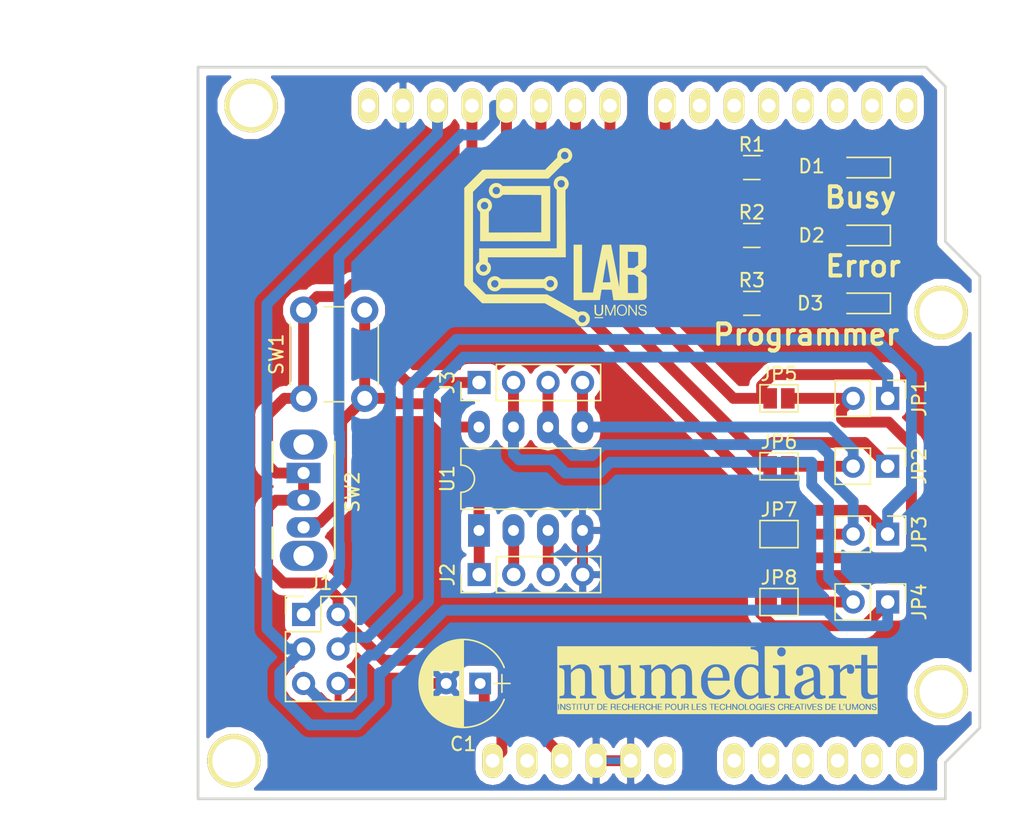
<source format=kicad_pcb>
(kicad_pcb (version 20171130) (host pcbnew "(5.0.0)")
  (layers (0 F.Cu signal) (31 B.Cu signal) (34 B.Paste user) (35 F.Paste user) (36 B.SilkS user) (37 F.SilkS user hide) (38 B.Mask user) (39 F.Mask user) (44 Edge.Cuts user))
  (net 0 "")
  (net 1 GND)
  (net 2 "Net-(C1-Pad1)")
  (net 3 "Net-(D1-Pad2)")
  (net 4 "Net-(D2-Pad2)")
  (net 5 "Net-(D3-Pad2)")
  (net 6 5V)
  (net 7 12)
  (net 8 10)
  (net 9 13)
  (net 10 11)
  (net 11 AT1)
  (net 12 AT2)
  (net 13 AT3)
  (net 14 AT5)
  (net 15 AT6)
  (net 16 AT7)
  (net 17 7)
  (net 18 8)
  (net 19 9)
  (net 20 "Net-(SHIELD1-PadAD5)")
  (net 21 "Net-(SHIELD1-PadAD4)")
  (net 22 "Net-(SHIELD1-PadAD3)")
  (net 23 "Net-(SHIELD1-PadAD0)")
  (net 24 "Net-(SHIELD1-PadAD1)")
  (net 25 "Net-(SHIELD1-PadAD2)")
  (net 26 "Net-(SHIELD1-PadV_IN)")
  (net 27 "Net-(SHIELD1-Pad3V3)")
  (net 28 "Net-(SHIELD1-Pad0)")
  (net 29 "Net-(SHIELD1-Pad1)")
  (net 30 "Net-(SHIELD1-Pad2)")
  (net 31 "Net-(SHIELD1-Pad3)")
  (net 32 "Net-(SHIELD1-Pad4)")
  (net 33 "Net-(SHIELD1-Pad5)")
  (net 34 "Net-(SHIELD1-Pad6)")
  (net 35 "Net-(SHIELD1-PadAREF)")
  (net 36 "Net-(SW1-Pad2)")
  (module KiCad_empreintes:ARDUINO_SHIELD_040pins (layer F.Cu) (at 125.9 99.230501)
    (fp_text reference SHIELD1)
    (fp_text value ARDUINO_SHIELD hide)
    (pad "" thru_hole circle (at 13.97 -2.54 90) (size 3.937 3.937) (drill 3.175) (layers *.Cu *.Mask F.SilkS))
    (pad "" thru_hole circle (at 15.24 -50.8 90) (size 3.937 3.937) (drill 3.175) (layers *.Cu *.Mask F.SilkS))
    (pad "" thru_hole circle (at 66.04 -35.56 90) (size 3.937 3.937) (drill 3.175) (layers *.Cu *.Mask F.SilkS))
    (pad "" thru_hole circle (at 66.04 -7.62 90) (size 3.937 3.937) (drill 3.175) (layers *.Cu *.Mask F.SilkS))
    (pad 5V thru_hole oval (at 38.1 -2.54 90) (size 2.54 1.524) (drill 1.016) (layers *.Cu *.Mask F.SilkS) (net 6 5V))
    (pad AREF thru_hole oval (at 23.876 -50.8 90) (size 2.54 1.524) (drill 1.016) (layers *.Cu *.Mask F.SilkS) (net 35 "Net-(SHIELD1-PadAREF)"))
    (pad GND3 thru_hole oval (at 26.416 -50.8 90) (size 2.54 1.524) (drill 1.016) (layers *.Cu *.Mask F.SilkS) (net 1 GND))
    (pad 13 thru_hole oval (at 28.956 -50.8 90) (size 2.54 1.524) (drill 1.016) (layers *.Cu *.Mask F.SilkS) (net 9 13))
    (pad 12 thru_hole oval (at 31.496 -50.8 90) (size 2.54 1.524) (drill 1.016) (layers *.Cu *.Mask F.SilkS) (net 7 12))
    (pad 11 thru_hole oval (at 34.036 -50.8 90) (size 2.54 1.524) (drill 1.016) (layers *.Cu *.Mask F.SilkS) (net 10 11))
    (pad 10 thru_hole oval (at 36.576 -50.8 90) (size 2.54 1.524) (drill 1.016) (layers *.Cu *.Mask F.SilkS) (net 8 10))
    (pad 9 thru_hole oval (at 39.116 -50.8 90) (size 2.54 1.524) (drill 1.016) (layers *.Cu *.Mask F.SilkS) (net 19 9))
    (pad 8 thru_hole oval (at 41.656 -50.8 90) (size 2.54 1.524) (drill 1.016) (layers *.Cu *.Mask F.SilkS) (net 18 8))
    (pad 7 thru_hole oval (at 45.72 -50.8 90) (size 2.54 1.524) (drill 1.016) (layers *.Cu *.Mask F.SilkS) (net 17 7))
    (pad 6 thru_hole oval (at 48.26 -50.8 90) (size 2.54 1.524) (drill 1.016) (layers *.Cu *.Mask F.SilkS) (net 34 "Net-(SHIELD1-Pad6)"))
    (pad 5 thru_hole oval (at 50.8 -50.8 90) (size 2.54 1.524) (drill 1.016) (layers *.Cu *.Mask F.SilkS) (net 33 "Net-(SHIELD1-Pad5)"))
    (pad 4 thru_hole oval (at 53.34 -50.8 90) (size 2.54 1.524) (drill 1.016) (layers *.Cu *.Mask F.SilkS) (net 32 "Net-(SHIELD1-Pad4)"))
    (pad 3 thru_hole oval (at 55.88 -50.8 90) (size 2.54 1.524) (drill 1.016) (layers *.Cu *.Mask F.SilkS) (net 31 "Net-(SHIELD1-Pad3)"))
    (pad 2 thru_hole oval (at 58.42 -50.8 90) (size 2.54 1.524) (drill 1.016) (layers *.Cu *.Mask F.SilkS) (net 30 "Net-(SHIELD1-Pad2)"))
    (pad 1 thru_hole oval (at 60.96 -50.8 90) (size 2.54 1.524) (drill 1.016) (layers *.Cu *.Mask F.SilkS) (net 29 "Net-(SHIELD1-Pad1)"))
    (pad 0 thru_hole oval (at 63.5 -50.8 90) (size 2.54 1.524) (drill 1.016) (layers *.Cu *.Mask F.SilkS) (net 28 "Net-(SHIELD1-Pad0)"))
    (pad RST thru_hole oval (at 33.02 -2.54 90) (size 2.54 1.524) (drill 1.016) (layers *.Cu *.Mask F.SilkS) (net 2 "Net-(C1-Pad1)"))
    (pad 3V3 thru_hole oval (at 35.56 -2.54 90) (size 2.54 1.524) (drill 1.016) (layers *.Cu *.Mask F.SilkS) (net 27 "Net-(SHIELD1-Pad3V3)"))
    (pad GND1 thru_hole oval (at 40.64 -2.54 90) (size 2.54 1.524) (drill 1.016) (layers *.Cu *.Mask F.SilkS) (net 1 GND))
    (pad GND2 thru_hole oval (at 43.18 -2.54 90) (size 2.54 1.524) (drill 1.016) (layers *.Cu *.Mask F.SilkS) (net 1 GND))
    (pad V_IN thru_hole oval (at 45.72 -2.54 90) (size 2.54 1.524) (drill 1.016) (layers *.Cu *.Mask F.SilkS) (net 26 "Net-(SHIELD1-PadV_IN)"))
    (pad AD2 thru_hole oval (at 55.88 -2.54 90) (size 2.54 1.524) (drill 1.016) (layers *.Cu *.Mask F.SilkS) (net 25 "Net-(SHIELD1-PadAD2)"))
    (pad AD1 thru_hole oval (at 53.34 -2.54 90) (size 2.54 1.524) (drill 1.016) (layers *.Cu *.Mask F.SilkS) (net 24 "Net-(SHIELD1-PadAD1)"))
    (pad AD0 thru_hole oval (at 50.8 -2.54 90) (size 2.54 1.524) (drill 1.016) (layers *.Cu *.Mask F.SilkS) (net 23 "Net-(SHIELD1-PadAD0)"))
    (pad AD3 thru_hole oval (at 58.42 -2.54 90) (size 2.54 1.524) (drill 1.016) (layers *.Cu *.Mask F.SilkS) (net 22 "Net-(SHIELD1-PadAD3)"))
    (pad AD4 thru_hole oval (at 60.96 -2.54 90) (size 2.54 1.524) (drill 1.016) (layers *.Cu *.Mask F.SilkS) (net 21 "Net-(SHIELD1-PadAD4)"))
    (pad AD5 thru_hole oval (at 63.5 -2.54 90) (size 2.54 1.524) (drill 1.016) (layers *.Cu *.Mask F.SilkS) (net 20 "Net-(SHIELD1-PadAD5)"))
  )
  (module Buttons_Switches_THT:SW_CuK_OS102011MA1QN1_SPDT_Angled (layer F.Cu) (at 145 75.5 270)
    (fp_text reference SW2 (at 1.4 -3.6 270) (layer F.SilkS))
    (fp_text value SW_Push_SPDT)
    (pad 1 thru_hole rect (at 0 0 270) (size 1.5 2.5) (drill 0.9) (layers *.Cu *.Mask) (net 6 5V))
    (pad 2 thru_hole oval (at 2 0 270) (size 1.5 2.5) (drill 0.9) (layers *.Cu *.Mask) (net 6 5V))
    (pad 3 thru_hole oval (at 4 0 270) (size 1.5 2.5) (drill 0.9) (layers *.Cu *.Mask) (net 36 "Net-(SW1-Pad2)"))
    (pad "" thru_hole oval (at -2.1 0 270) (size 2.2 3.5) (drill 1.5) (layers *.Cu *.Mask))
    (pad "" thru_hole oval (at 6.1 0 270) (size 2.2 3.5) (drill 1.5) (layers *.Cu *.Mask))
  )
  (module LEDs:LED_0805_HandSoldering (layer F.Cu) (at 186 63 180)
    (fp_text reference D3 (at 3.7 0 180) (layer F.SilkS))
    (fp_text value LED-GREEN)
    (pad 1 smd rect (at -1.35 0 180) (size 1.5 1.3) (layers F.Cu F.Paste F.Mask) (net 1 GND))
    (pad 2 smd rect (at 1.35 0 180) (size 1.5 1.3) (layers F.Cu F.Paste F.Mask) (net 5 "Net-(D3-Pad2)"))
  )
  (module LEDs:LED_0805_HandSoldering (layer F.Cu) (at 186 58 180)
    (fp_text reference D2 (at 3.6 0 180) (layer F.SilkS))
    (fp_text value LED-RED)
    (pad 1 smd rect (at -1.35 0 180) (size 1.5 1.3) (layers F.Cu F.Paste F.Mask) (net 1 GND))
    (pad 2 smd rect (at 1.35 0 180) (size 1.5 1.3) (layers F.Cu F.Paste F.Mask) (net 4 "Net-(D2-Pad2)"))
  )
  (module LEDs:LED_0805_HandSoldering (layer F.Cu) (at 186 53 180)
    (fp_text reference D1 (at 3.6 0.1 180) (layer F.SilkS))
    (fp_text value LED-ORANGE)
    (pad 1 smd rect (at -1.35 0 180) (size 1.5 1.3) (layers F.Cu F.Paste F.Mask) (net 1 GND))
    (pad 2 smd rect (at 1.35 0 180) (size 1.5 1.3) (layers F.Cu F.Paste F.Mask) (net 3 "Net-(D1-Pad2)"))
  )
  (module Resistors_SMD:R_0805_HandSoldering (layer F.Cu) (at 178 53)
    (fp_text reference R1 (at 0 -1.7) (layer F.SilkS))
    (fp_text value 220)
    (pad 1 smd rect (at -1.35 0) (size 1.5 1.3) (layers F.Cu F.Paste F.Mask) (net 17 7))
    (pad 2 smd rect (at 1.35 0) (size 1.5 1.3) (layers F.Cu F.Paste F.Mask) (net 3 "Net-(D1-Pad2)"))
  )
  (module Resistors_SMD:R_0805_HandSoldering (layer F.Cu) (at 178 63)
    (fp_text reference R3 (at 0 -1.7) (layer F.SilkS))
    (fp_text value 220)
    (pad 1 smd rect (at -1.35 0) (size 1.5 1.3) (layers F.Cu F.Paste F.Mask) (net 19 9))
    (pad 2 smd rect (at 1.35 0) (size 1.5 1.3) (layers F.Cu F.Paste F.Mask) (net 5 "Net-(D3-Pad2)"))
  )
  (module Resistors_SMD:R_0805_HandSoldering (layer F.Cu) (at 178 58)
    (fp_text reference R2 (at 0 -1.7) (layer F.SilkS))
    (fp_text value 220)
    (pad 1 smd rect (at -1.35 0) (size 1.5 1.3) (layers F.Cu F.Paste F.Mask) (net 18 8))
    (pad 2 smd rect (at 1.35 0) (size 1.5 1.3) (layers F.Cu F.Paste F.Mask) (net 4 "Net-(D2-Pad2)"))
  )
  (module KiCad_empreintes:LOGO_eLAB_c=16.90mm (layer F.Cu) (at 163.75 58)
    (fp_text reference G*** hide)
    (fp_text value LOGO hide)
  )
  (module "KiCad_empreintes:logo_numediart_N_(13,6mm_5mm)" (layer F.Cu) (at 175.47 90.75)
    (fp_text reference G*** hide)
    (fp_text value LOGO hide)
  )
  (module Housings_DIP:DIP-8_W7.62mm_LongPads (layer F.Cu) (at 157.912707 79.728569 90)
    (fp_text reference U1 (at 3.81 -2.33 90) (layer F.SilkS))
    (fp_text value ATtiny85-20PU)
    (pad 8 thru_hole oval (at 7.62 0 90) (size 2.4 1.6) (drill 0.8) (layers *.Cu *.Mask) (net 36 "Net-(SW1-Pad2)"))
    (pad 4 thru_hole oval (at 0 7.62 90) (size 2.4 1.6) (drill 0.8) (layers *.Cu *.Mask) (net 1 GND))
    (pad 7 thru_hole oval (at 7.62 2.54 90) (size 2.4 1.6) (drill 0.8) (layers *.Cu *.Mask) (net 16 AT7))
    (pad 3 thru_hole oval (at 0 5.08 90) (size 2.4 1.6) (drill 0.8) (layers *.Cu *.Mask) (net 13 AT3))
    (pad 6 thru_hole oval (at 7.62 5.08 90) (size 2.4 1.6) (drill 0.8) (layers *.Cu *.Mask) (net 15 AT6))
    (pad 2 thru_hole oval (at 0 2.54 90) (size 2.4 1.6) (drill 0.8) (layers *.Cu *.Mask) (net 12 AT2))
    (pad 5 thru_hole oval (at 7.62 7.62 90) (size 2.4 1.6) (drill 0.8) (layers *.Cu *.Mask) (net 14 AT5))
    (pad 1 thru_hole rect (at 0 0 90) (size 2.4 1.6) (drill 0.8) (layers *.Cu *.Mask) (net 11 AT1))
  )
  (module Buttons_Switches_THT:SW_PUSH_6mm (layer F.Cu) (at 145 70 90)
    (fp_text reference SW1 (at 3.25 -2 90) (layer F.SilkS))
    (fp_text value SW_Push_Open)
    (pad 1 thru_hole circle (at 6.5 0 180) (size 2 2) (drill 1.1) (layers *.Cu *.Mask) (net 6 5V))
    (pad 2 thru_hole circle (at 6.5 4.5 180) (size 2 2) (drill 1.1) (layers *.Cu *.Mask) (net 36 "Net-(SW1-Pad2)"))
    (pad 1 thru_hole circle (at 0 0 180) (size 2 2) (drill 1.1) (layers *.Cu *.Mask) (net 6 5V))
    (pad 2 thru_hole circle (at 0 4.5 180) (size 2 2) (drill 1.1) (layers *.Cu *.Mask) (net 36 "Net-(SW1-Pad2)"))
  )
  (module Jumper:SolderJumper-2_P1.3mm_Open_Pad1.0x1.5mm (layer F.Cu) (at 180 85)
    (fp_text reference JP8 (at 0 -1.8) (layer F.SilkS))
    (fp_text value Jumper)
    (pad 1 smd rect (at -0.65 0) (size 1 1.5) (layers F.Cu F.Mask) (net 9 13))
    (pad 2 smd rect (at 0.65 0) (size 1 1.5) (layers F.Cu F.Mask) (net 16 AT7))
  )
  (module Jumper:SolderJumper-2_P1.3mm_Open_Pad1.0x1.5mm (layer F.Cu) (at 180 80)
    (fp_text reference JP7 (at 0 -1.8) (layer F.SilkS))
    (fp_text value Jumper)
    (pad 2 smd rect (at 0.65 0) (size 1 1.5) (layers F.Cu F.Mask) (net 15 AT6))
    (pad 1 smd rect (at -0.65 0) (size 1 1.5) (layers F.Cu F.Mask) (net 7 12))
  )
  (module Jumper:SolderJumper-2_P1.3mm_Open_Pad1.0x1.5mm (layer F.Cu) (at 180 75)
    (fp_text reference JP6 (at 0 -1.8) (layer F.SilkS))
    (fp_text value Jumper)
    (pad 1 smd rect (at -0.65 0) (size 1 1.5) (layers F.Cu F.Mask) (net 10 11))
    (pad 2 smd rect (at 0.65 0) (size 1 1.5) (layers F.Cu F.Mask) (net 14 AT5))
  )
  (module Jumper:SolderJumper-2_P1.3mm_Open_Pad1.0x1.5mm (layer F.Cu) (at 180 70)
    (fp_text reference JP5 (at 0 -1.8) (layer F.SilkS))
    (fp_text value Jumper)
    (pad 2 smd rect (at 0.65 0) (size 1 1.5) (layers F.Cu F.Mask) (net 11 AT1))
    (pad 1 smd rect (at -0.65 0) (size 1 1.5) (layers F.Cu F.Mask) (net 8 10))
  )
  (module Pin_Headers:Pin_Header_Straight_1x02_Pitch2.54mm (layer F.Cu) (at 188 85 270)
    (fp_text reference JP4 (at 0 -2.33 270) (layer F.SilkS))
    (fp_text value Jumper)
    (pad 2 thru_hole oval (at 0 2.54 270) (size 1.7 1.7) (drill 1) (layers *.Cu *.Mask) (net 16 AT7))
    (pad 1 thru_hole rect (at 0 0 270) (size 1.7 1.7) (drill 1) (layers *.Cu *.Mask) (net 9 13))
  )
  (module Pin_Headers:Pin_Header_Straight_1x02_Pitch2.54mm (layer F.Cu) (at 188 80 270)
    (fp_text reference JP3 (at 0 -2.33 270) (layer F.SilkS))
    (fp_text value Jumper)
    (pad 1 thru_hole rect (at 0 0 270) (size 1.7 1.7) (drill 1) (layers *.Cu *.Mask) (net 7 12))
    (pad 2 thru_hole oval (at 0 2.54 270) (size 1.7 1.7) (drill 1) (layers *.Cu *.Mask) (net 15 AT6))
  )
  (module Pin_Headers:Pin_Header_Straight_1x02_Pitch2.54mm (layer F.Cu) (at 188 75 270)
    (fp_text reference JP2 (at 0 -2.33 270) (layer F.SilkS))
    (fp_text value Jumper)
    (pad 2 thru_hole oval (at 0 2.54 270) (size 1.7 1.7) (drill 1) (layers *.Cu *.Mask) (net 14 AT5))
    (pad 1 thru_hole rect (at 0 0 270) (size 1.7 1.7) (drill 1) (layers *.Cu *.Mask) (net 10 11))
  )
  (module Pin_Headers:Pin_Header_Straight_1x02_Pitch2.54mm (layer F.Cu) (at 188 70 270)
    (fp_text reference JP1 (at 0 -2.33 270) (layer F.SilkS))
    (fp_text value Jumper)
    (pad 1 thru_hole rect (at 0 0 270) (size 1.7 1.7) (drill 1) (layers *.Cu *.Mask) (net 8 10))
    (pad 2 thru_hole oval (at 0 2.54 270) (size 1.7 1.7) (drill 1) (layers *.Cu *.Mask) (net 11 AT1))
  )
  (module Pin_Headers:Pin_Header_Straight_1x04_Pitch2.54mm (layer F.Cu) (at 157.918607 68.829009 90)
    (fp_text reference J3 (at 0 -2.33 90) (layer F.SilkS))
    (fp_text value Conn_01x04_Female)
    (pad 1 thru_hole rect (at 0 0 90) (size 1.7 1.7) (drill 1) (layers *.Cu *.Mask) (net 6 5V))
    (pad 2 thru_hole oval (at 0 2.54 90) (size 1.7 1.7) (drill 1) (layers *.Cu *.Mask) (net 16 AT7))
    (pad 3 thru_hole oval (at 0 5.08 90) (size 1.7 1.7) (drill 1) (layers *.Cu *.Mask) (net 15 AT6))
    (pad 4 thru_hole oval (at 0 7.62 90) (size 1.7 1.7) (drill 1) (layers *.Cu *.Mask) (net 14 AT5))
  )
  (module Pin_Headers:Pin_Header_Straight_1x04_Pitch2.54mm (layer F.Cu) (at 157.928767 82.981889 90)
    (fp_text reference J2 (at 0 -2.33 90) (layer F.SilkS))
    (fp_text value Conn_01x04_Female)
    (pad 4 thru_hole oval (at 0 7.62 90) (size 1.7 1.7) (drill 1) (layers *.Cu *.Mask) (net 1 GND))
    (pad 3 thru_hole oval (at 0 5.08 90) (size 1.7 1.7) (drill 1) (layers *.Cu *.Mask) (net 13 AT3))
    (pad 2 thru_hole oval (at 0 2.54 90) (size 1.7 1.7) (drill 1) (layers *.Cu *.Mask) (net 12 AT2))
    (pad 1 thru_hole rect (at 0 0 90) (size 1.7 1.7) (drill 1) (layers *.Cu *.Mask) (net 11 AT1))
  )
  (module Pin_Headers:Pin_Header_Straight_2x03_Pitch2.54mm (layer F.Cu) (at 145 85.92)
    (fp_text reference J1 (at 1.27 -2.33) (layer F.SilkS))
    (fp_text value Conn_02x03_Counter_Clockwise)
    (pad 4 thru_hole oval (at 2.54 5.08) (size 1.7 1.7) (drill 1) (layers *.Cu *.Mask) (net 1 GND))
    (pad 3 thru_hole oval (at 0 5.08) (size 1.7 1.7) (drill 1) (layers *.Cu *.Mask) (net 8 10))
    (pad 5 thru_hole oval (at 2.54 2.54) (size 1.7 1.7) (drill 1) (layers *.Cu *.Mask) (net 7 12))
    (pad 2 thru_hole oval (at 0 2.54) (size 1.7 1.7) (drill 1) (layers *.Cu *.Mask) (net 9 13))
    (pad 6 thru_hole oval (at 2.54 0) (size 1.7 1.7) (drill 1) (layers *.Cu *.Mask) (net 6 5V))
    (pad 1 thru_hole rect (at 0 0) (size 1.7 1.7) (drill 1) (layers *.Cu *.Mask) (net 10 11))
  )
  (module Capacitors_THT:CP_Radial_D6.3mm_P2.50mm (layer F.Cu) (at 158 91 180)
    (fp_text reference C1 (at 1.25 -4.46 180) (layer F.SilkS))
    (fp_text value 10µ)
    (pad 2 thru_hole circle (at 2.5 0 180) (size 1.6 1.6) (drill 0.8) (layers *.Cu *.Mask) (net 1 GND))
    (pad 1 thru_hole rect (at 0 0 180) (size 1.6 1.6) (drill 0.8) (layers *.Cu *.Mask) (net 2 "Net-(C1-Pad1)"))
  )
  (gr_text Busy (at 186 55.2) (layer F.SilkS) (effects (font (size 1.5 1.5) (thickness 0.3))))
  (gr_text Error (at 186.19 60.27) (layer F.SilkS) (effects (font (size 1.5 1.5) (thickness 0.3))))
  (gr_text Programmer (at 182 65.3) (layer F.SilkS) (effects (font (size 1.5 1.5) (thickness 0.3))))
  (gr_line (start 194.7864 94.2676) (end 194.7864 60.9936) (layer Edge.Cuts) (width 0.2))
  (gr_line (start 190.824 45.6012) (end 137.23 45.6012) (layer Edge.Cuts) (width 0.2))
  (gr_line (start 192.2464 47.0236) (end 190.824 45.6012) (layer Edge.Cuts) (width 0.2))
  (gr_line (start 192.2464 58.4536) (end 192.2464 47.0236) (layer Edge.Cuts) (width 0.2))
  (gr_line (start 194.7864 60.9936) (end 192.2464 58.4536) (layer Edge.Cuts) (width 0.2))
  (gr_line (start 192.2464 96.8076) (end 194.7864 94.2676) (layer Edge.Cuts) (width 0.2))
  (gr_line (start 192.2464 99.5) (end 192.2464 96.8076) (layer Edge.Cuts) (width 0.2))
  (gr_line (start 137.23 99.5) (end 192.2464 99.5) (layer Edge.Cuts) (width 0.2))
  (gr_line (start 137.23 45.6012) (end 137.23 99.5) (layer Edge.Cuts) (width 0.2))
  (segment (start 165.532707 82.965829) (end 165.548767 82.981889) (width 0.8) (layer F.Cu) (net 1))
  (segment (start 165.532707 79.728569) (end 165.532707 82.965829) (width 0.8) (layer F.Cu) (net 1))
  (segment (start 166.54 96.690501) (end 169.08 96.690501) (width 0.8) (layer F.Cu) (net 1))
  (segment (start 187.35 53) (end 187.35 63) (width 0.8) (layer F.Cu) (net 1))
  (segment (start 147.54 91) (end 155.5 91) (width 0.8) (layer F.Cu) (net 1))
  (segment (start 159.6 96.010501) (end 158.92 96.690501) (width 0.8) (layer F.Cu) (net 2))
  (segment (start 159.6 93.9) (end 159.6 96.010501) (width 0.8) (layer F.Cu) (net 2))
  (segment (start 158.3 92.6) (end 159.6 93.9) (width 0.8) (layer F.Cu) (net 2))
  (segment (start 158 91) (end 158.3 91.3) (width 0.8) (layer F.Cu) (net 2))
  (segment (start 158.3 91.3) (end 158.3 92.6) (width 0.8) (layer F.Cu) (net 2))
  (segment (start 180 53) (end 184 53) (width 0.8) (layer F.Cu) (net 3))
  (segment (start 180 58) (end 184 58) (width 0.8) (layer F.Cu) (net 4))
  (segment (start 180 63) (end 184 63) (width 0.8) (layer F.Cu) (net 5))
  (segment (start 145 63.5) (end 145 70) (width 0.8) (layer F.Cu) (net 6))
  (segment (start 145.999999 62.500001) (end 145 63.5) (width 0.8) (layer F.Cu) (net 6))
  (segment (start 147.687997 62.500001) (end 145.999999 62.500001) (width 0.8) (layer F.Cu) (net 6))
  (segment (start 152.629009 68.829009) (end 151.400001 67.600001) (width 0.8) (layer F.Cu) (net 6))
  (segment (start 157.918607 68.829009) (end 152.629009 68.829009) (width 0.8) (layer F.Cu) (net 6))
  (segment (start 151.400001 67.600001) (end 151.400001 62.587999) (width 0.8) (layer F.Cu) (net 6))
  (segment (start 151.400001 62.587999) (end 150.412001 61.599999) (width 0.8) (layer F.Cu) (net 6))
  (segment (start 150.412001 61.599999) (end 148.587999 61.599999) (width 0.8) (layer F.Cu) (net 6))
  (segment (start 148.587999 61.599999) (end 147.687997 62.500001) (width 0.8) (layer F.Cu) (net 6))
  (segment (start 142.95 77.5) (end 145 77.5) (width 0.8) (layer F.Cu) (net 6))
  (segment (start 142.34999 78.10001) (end 142.95 77.5) (width 0.8) (layer F.Cu) (net 6))
  (segment (start 143.521569 83.60001) (end 142.34999 82.428431) (width 0.8) (layer F.Cu) (net 6))
  (segment (start 142.34999 82.428431) (end 142.34999 78.10001) (width 0.8) (layer F.Cu) (net 6))
  (segment (start 147.54 84.717919) (end 146.422091 83.60001) (width 0.8) (layer F.Cu) (net 6))
  (segment (start 146.422091 83.60001) (end 143.521569 83.60001) (width 0.8) (layer F.Cu) (net 6))
  (segment (start 147.54 85.92) (end 147.54 84.717919) (width 0.8) (layer F.Cu) (net 6))
  (segment (start 145 75.5) (end 145 77.5) (width 0.8) (layer F.Cu) (net 6))
  (segment (start 142.95 75.5) (end 145 75.5) (width 0.8) (layer F.Cu) (net 6))
  (segment (start 142.34999 74.89999) (end 142.95 75.5) (width 0.8) (layer F.Cu) (net 6))
  (segment (start 142.34999 71.235797) (end 142.34999 74.89999) (width 0.8) (layer F.Cu) (net 6))
  (segment (start 143.585787 70) (end 142.34999 71.235797) (width 0.8) (layer F.Cu) (net 6))
  (segment (start 145 70) (end 143.585787 70) (width 0.8) (layer F.Cu) (net 6))
  (segment (start 147.54 85.94) (end 147.54 85.92) (width 0.8) (layer F.Cu) (net 6))
  (segment (start 164 96.3) (end 159.700001 92.000001) (width 0.8) (layer F.Cu) (net 6))
  (segment (start 164 96.690501) (end 164 96.3) (width 0.8) (layer F.Cu) (net 6))
  (segment (start 159.700001 92.000001) (end 159.700001 89.479999) (width 0.8) (layer F.Cu) (net 6))
  (segment (start 159.700001 89.479999) (end 159.520001 89.299999) (width 0.8) (layer F.Cu) (net 6))
  (segment (start 159.520001 89.299999) (end 150.899999 89.299999) (width 0.8) (layer F.Cu) (net 6))
  (segment (start 150.899999 89.299999) (end 147.54 85.94) (width 0.8) (layer F.Cu) (net 6))
  (segment (start 179.469601 78.249999) (end 178.5096 79.21) (width 0.8) (layer F.Cu) (net 7))
  (segment (start 186.300001 78.249999) (end 179.469601 78.249999) (width 0.8) (layer F.Cu) (net 7))
  (segment (start 188 79.949998) (end 186.300001 78.249999) (width 0.8) (layer F.Cu) (net 7))
  (segment (start 188 80) (end 188 79.949998) (width 0.8) (layer F.Cu) (net 7))
  (segment (start 178.5096 79.21) (end 179.249999 79.950399) (width 0.8) (layer F.Cu) (net 7))
  (segment (start 178.5096 76.650001) (end 178.5096 79.21) (width 0.8) (layer F.Cu) (net 7))
  (segment (start 178.129999 76.650001) (end 178.5096 76.650001) (width 0.8) (layer F.Cu) (net 7))
  (segment (start 177.949999 76.470001) (end 178.129999 76.650001) (width 0.8) (layer F.Cu) (net 7))
  (segment (start 177.949999 76.02849) (end 177.949999 76.470001) (width 0.8) (layer F.Cu) (net 7))
  (segment (start 157.396 48.430501) (end 157.396 55.436) (width 0.8) (layer F.Cu) (net 7))
  (segment (start 157.396 55.436) (end 158.63599 56.67599) (width 0.8) (layer F.Cu) (net 7))
  (segment (start 158.63599 56.67599) (end 158.63599 56.714481) (width 0.8) (layer F.Cu) (net 7))
  (segment (start 158.63599 56.714481) (end 177.949999 76.02849) (width 0.8) (layer F.Cu) (net 7))
  (segment (start 148.389999 87.610001) (end 147.54 88.46) (width 0.8) (layer B.Cu) (net 7))
  (segment (start 149.689999 87.610001) (end 148.389999 87.610001) (width 0.8) (layer B.Cu) (net 7))
  (segment (start 152.700011 69.209988) (end 152.700011 84.599989) (width 0.8) (layer B.Cu) (net 7))
  (segment (start 188 78.35) (end 189.750001 76.599999) (width 0.8) (layer B.Cu) (net 7))
  (segment (start 189.750001 76.599999) (end 189.750001 68.261511) (width 0.8) (layer B.Cu) (net 7))
  (segment (start 188 80) (end 188 78.35) (width 0.8) (layer B.Cu) (net 7))
  (segment (start 189.750001 68.261511) (end 187.148491 65.66) (width 0.8) (layer B.Cu) (net 7))
  (segment (start 152.700011 84.599989) (end 149.689999 87.610001) (width 0.8) (layer B.Cu) (net 7))
  (segment (start 187.148491 65.66) (end 156.249999 65.66) (width 0.8) (layer B.Cu) (net 7))
  (segment (start 156.249999 65.66) (end 152.700011 69.209988) (width 0.8) (layer B.Cu) (net 7))
  (segment (start 178.72 69.059998) (end 178.72 70) (width 0.8) (layer F.Cu) (net 8))
  (segment (start 179.529999 68.249999) (end 178.72 69.059998) (width 0.8) (layer F.Cu) (net 8))
  (segment (start 187.899999 68.249999) (end 179.529999 68.249999) (width 0.8) (layer F.Cu) (net 8))
  (segment (start 188 68.35) (end 187.899999 68.249999) (width 0.8) (layer F.Cu) (net 8))
  (segment (start 178.72 70) (end 179.249999 70) (width 0.8) (layer F.Cu) (net 8))
  (segment (start 188 70) (end 188 68.35) (width 0.8) (layer F.Cu) (net 8))
  (segment (start 176.65 70) (end 178.72 70) (width 0.8) (layer F.Cu) (net 8))
  (segment (start 162.476 48.430501) (end 162.476 55.826) (width 0.8) (layer F.Cu) (net 8))
  (segment (start 162.476 55.826) (end 176.65 70) (width 0.8) (layer F.Cu) (net 8))
  (segment (start 150.228481 88.910009) (end 149.851498 88.910009) (width 0.8) (layer B.Cu) (net 8))
  (segment (start 149.851498 88.910009) (end 149.290001 89.471506) (width 0.8) (layer B.Cu) (net 8))
  (segment (start 149.290001 89.471506) (end 149.290001 91.840001) (width 0.8) (layer B.Cu) (net 8))
  (segment (start 149.290001 91.840001) (end 148.380001 92.750001) (width 0.8) (layer B.Cu) (net 8))
  (segment (start 146.750001 92.750001) (end 145.849999 91.849999) (width 0.8) (layer B.Cu) (net 8))
  (segment (start 148.380001 92.750001) (end 146.750001 92.750001) (width 0.8) (layer B.Cu) (net 8))
  (segment (start 154.2 84.93849) (end 150.228481 88.910009) (width 0.8) (layer B.Cu) (net 8))
  (segment (start 154.2 69.54849) (end 154.2 84.93849) (width 0.8) (layer B.Cu) (net 8))
  (segment (start 188 68.35) (end 186.61001 66.96001) (width 0.8) (layer B.Cu) (net 8))
  (segment (start 156.78848 66.96001) (end 154.2 69.54849) (width 0.8) (layer B.Cu) (net 8))
  (segment (start 188 70) (end 188 68.35) (width 0.8) (layer B.Cu) (net 8))
  (segment (start 145.849999 91.849999) (end 145 91) (width 0.8) (layer B.Cu) (net 8))
  (segment (start 186.61001 66.96001) (end 156.78848 66.96001) (width 0.8) (layer B.Cu) (net 8))
  (segment (start 154.856 48.430501) (end 154.856 48.938501) (width 0.8) (layer F.Cu) (net 9))
  (segment (start 179.529999 86.750001) (end 178.63 85.850002) (width 0.8) (layer F.Cu) (net 9))
  (segment (start 186.300001 86.750001) (end 179.529999 86.750001) (width 0.8) (layer F.Cu) (net 9))
  (segment (start 188 85) (end 188 85.050002) (width 0.8) (layer F.Cu) (net 9))
  (segment (start 188 85.050002) (end 186.300001 86.750001) (width 0.8) (layer F.Cu) (net 9))
  (segment (start 178.63 85.850002) (end 178.63 84.76) (width 0.8) (layer F.Cu) (net 9))
  (segment (start 178.87 85) (end 179.249999 85) (width 0.8) (layer F.Cu) (net 9))
  (segment (start 178.63 84.76) (end 178.87 85) (width 0.8) (layer F.Cu) (net 9))
  (segment (start 143.797919 88.46) (end 145 88.46) (width 0.8) (layer B.Cu) (net 9))
  (segment (start 142.3 86.962081) (end 143.797919 88.46) (width 0.8) (layer B.Cu) (net 9))
  (segment (start 142.3 63.056501) (end 142.3 86.962081) (width 0.8) (layer B.Cu) (net 9))
  (segment (start 154.856 48.430501) (end 154.856 50.500501) (width 0.8) (layer B.Cu) (net 9))
  (segment (start 154.856 50.500501) (end 142.3 63.056501) (width 0.8) (layer B.Cu) (net 9))
  (segment (start 183.709999 85.840001) (end 184.619999 86.750001) (width 0.8) (layer B.Cu) (net 9))
  (segment (start 183.709999 85.6) (end 183.709999 85.840001) (width 0.8) (layer B.Cu) (net 9))
  (segment (start 184.619999 86.750001) (end 187.899999 86.750001) (width 0.8) (layer B.Cu) (net 9))
  (segment (start 150.766963 90.21002) (end 155.376983 85.6) (width 0.8) (layer B.Cu) (net 9))
  (segment (start 150.590012 90.21002) (end 150.766963 90.21002) (width 0.8) (layer B.Cu) (net 9))
  (segment (start 145 88.46) (end 143.249999 90.210001) (width 0.8) (layer B.Cu) (net 9))
  (segment (start 143.249999 90.210001) (end 143.249999 91.840001) (width 0.8) (layer B.Cu) (net 9))
  (segment (start 187.899999 86.750001) (end 188 86.65) (width 0.8) (layer B.Cu) (net 9))
  (segment (start 155.376983 85.6) (end 183.709999 85.6) (width 0.8) (layer B.Cu) (net 9))
  (segment (start 143.249999 91.840001) (end 145.460009 94.050011) (width 0.8) (layer B.Cu) (net 9))
  (segment (start 188 86.65) (end 188 85) (width 0.8) (layer B.Cu) (net 9))
  (segment (start 145.460009 94.050011) (end 148.918483 94.050012) (width 0.8) (layer B.Cu) (net 9))
  (segment (start 148.918483 94.050012) (end 150.590012 92.378483) (width 0.8) (layer B.Cu) (net 9))
  (segment (start 150.590012 92.378483) (end 150.590012 90.21002) (width 0.8) (layer B.Cu) (net 9))
  (segment (start 179.529999 73.249999) (end 178.76 74.019998) (width 0.8) (layer F.Cu) (net 10))
  (segment (start 178.76 74.019998) (end 178.76 75) (width 0.8) (layer F.Cu) (net 10))
  (segment (start 186.300001 73.249999) (end 179.529999 73.249999) (width 0.8) (layer F.Cu) (net 10))
  (segment (start 188 74.949998) (end 186.300001 73.249999) (width 0.8) (layer F.Cu) (net 10))
  (segment (start 178.76 75) (end 179.249999 75) (width 0.8) (layer F.Cu) (net 10))
  (segment (start 188 75) (end 188 74.949998) (width 0.8) (layer F.Cu) (net 10))
  (segment (start 159.936 48.430501) (end 159.936 49.084) (width 0.8) (layer B.Cu) (net 10))
  (segment (start 178.76 74.45) (end 178.76 75) (width 0.8) (layer F.Cu) (net 10))
  (segment (start 159.936 48.430501) (end 159.936 55.626) (width 0.8) (layer F.Cu) (net 10))
  (segment (start 159.936 55.626) (end 178.76 74.45) (width 0.8) (layer F.Cu) (net 10))
  (segment (start 147.6 82.478441) (end 147.6 83.32) (width 0.8) (layer B.Cu) (net 10))
  (segment (start 147.6 74.278441) (end 147.6 80.721559) (width 0.8) (layer B.Cu) (net 10))
  (segment (start 147.6 83.32) (end 145 85.92) (width 0.8) (layer B.Cu) (net 10))
  (segment (start 147.65001 74.228431) (end 147.6 74.278441) (width 0.8) (layer B.Cu) (net 10))
  (segment (start 147.65001 72.571569) (end 147.65001 74.228431) (width 0.8) (layer B.Cu) (net 10))
  (segment (start 147.6 72.521559) (end 147.65001 72.571569) (width 0.8) (layer B.Cu) (net 10))
  (segment (start 147.6 80.721559) (end 147.65001 80.771569) (width 0.8) (layer B.Cu) (net 10))
  (segment (start 147.6 59.6) (end 147.6 72.521559) (width 0.8) (layer B.Cu) (net 10))
  (segment (start 147.65001 80.771569) (end 147.65001 82.428431) (width 0.8) (layer B.Cu) (net 10))
  (segment (start 159.05801 48.430501) (end 159.05801 49.626928) (width 0.8) (layer B.Cu) (net 10))
  (segment (start 147.65001 82.428431) (end 147.6 82.478441) (width 0.8) (layer B.Cu) (net 10))
  (segment (start 159.936 48.430501) (end 159.05801 48.430501) (width 0.8) (layer B.Cu) (net 10))
  (segment (start 159.05801 49.626928) (end 158.084427 50.600511) (width 0.8) (layer B.Cu) (net 10))
  (segment (start 158.084427 50.600511) (end 156.707573 50.600511) (width 0.8) (layer B.Cu) (net 10))
  (segment (start 156.707573 50.600511) (end 156.653531 50.546469) (width 0.8) (layer B.Cu) (net 10))
  (segment (start 156.653531 50.546469) (end 147.6 59.6) (width 0.8) (layer B.Cu) (net 10))
  (segment (start 184.257919 70) (end 180.750001 70) (width 0.8) (layer F.Cu) (net 11))
  (segment (start 185.46 70) (end 184.257919 70) (width 0.8) (layer F.Cu) (net 11))
  (segment (start 157.928767 79.744629) (end 157.912707 79.728569) (width 0.8) (layer F.Cu) (net 11))
  (segment (start 157.928767 82.981889) (end 157.928767 79.744629) (width 0.8) (layer F.Cu) (net 11))
  (segment (start 184.610001 71.520001) (end 184.610001 70.849999) (width 0.8) (layer F.Cu) (net 11))
  (segment (start 184.840001 71.750001) (end 184.610001 71.520001) (width 0.8) (layer F.Cu) (net 11))
  (segment (start 188.070003 71.750001) (end 184.840001 71.750001) (width 0.8) (layer F.Cu) (net 11))
  (segment (start 189.750001 73.429999) (end 188.070003 71.750001) (width 0.8) (layer F.Cu) (net 11))
  (segment (start 184.610001 70.849999) (end 185.46 70) (width 0.8) (layer F.Cu) (net 11))
  (segment (start 157.912707 77.728569) (end 158.231276 77.41) (width 0.8) (layer F.Cu) (net 11))
  (segment (start 157.912707 79.728569) (end 157.912707 77.728569) (width 0.8) (layer F.Cu) (net 11))
  (segment (start 189.750001 81.570001) (end 189.750001 73.429999) (width 0.8) (layer F.Cu) (net 11))
  (segment (start 158.231276 77.41) (end 166.898295 77.41) (width 0.8) (layer F.Cu) (net 11))
  (segment (start 166.898295 77.41) (end 171.238296 81.750001) (width 0.8) (layer F.Cu) (net 11))
  (segment (start 171.238296 81.750001) (end 189.570001 81.750001) (width 0.8) (layer F.Cu) (net 11))
  (segment (start 189.570001 81.750001) (end 189.750001 81.570001) (width 0.8) (layer F.Cu) (net 11))
  (segment (start 160.468767 79.744629) (end 160.452707 79.728569) (width 0.8) (layer F.Cu) (net 12))
  (segment (start 160.468767 82.981889) (end 160.468767 79.744629) (width 0.8) (layer F.Cu) (net 12))
  (segment (start 163.008767 79.744629) (end 162.992707 79.728569) (width 0.8) (layer F.Cu) (net 13))
  (segment (start 163.008767 82.981889) (end 163.008767 79.744629) (width 0.8) (layer F.Cu) (net 13))
  (segment (start 185.46 75) (end 180.750001 75) (width 0.8) (layer F.Cu) (net 14))
  (segment (start 165.532707 68.834909) (end 165.538607 68.829009) (width 0.8) (layer F.Cu) (net 14))
  (segment (start 165.532707 72.108569) (end 165.532707 68.834909) (width 0.8) (layer F.Cu) (net 14))
  (segment (start 185.46 73.797919) (end 185.46 75) (width 0.8) (layer B.Cu) (net 14))
  (segment (start 183.77065 72.108569) (end 185.46 73.797919) (width 0.8) (layer B.Cu) (net 14))
  (segment (start 165.532707 72.108569) (end 183.77065 72.108569) (width 0.8) (layer B.Cu) (net 14))
  (segment (start 185.46 80) (end 180.750001 80) (width 0.8) (layer F.Cu) (net 15))
  (segment (start 162.992707 68.834909) (end 162.998607 68.829009) (width 0.8) (layer F.Cu) (net 15))
  (segment (start 162.992707 72.108569) (end 162.992707 68.834909) (width 0.8) (layer F.Cu) (net 15))
  (segment (start 162.992707 72.372746) (end 164.82854 74.208579) (width 0.8) (layer B.Cu) (net 15))
  (segment (start 167.036874 73.408579) (end 182.958579 73.408579) (width 0.8) (layer B.Cu) (net 15))
  (segment (start 182.958579 73.408579) (end 183.709999 74.159999) (width 0.8) (layer B.Cu) (net 15))
  (segment (start 183.709999 74.159999) (end 183.709999 75.840001) (width 0.8) (layer B.Cu) (net 15))
  (segment (start 185.46 78.797919) (end 185.46 80) (width 0.8) (layer B.Cu) (net 15))
  (segment (start 185.46 77.590002) (end 185.46 78.797919) (width 0.8) (layer B.Cu) (net 15))
  (segment (start 162.992707 72.108569) (end 162.992707 72.372746) (width 0.8) (layer B.Cu) (net 15))
  (segment (start 166.236874 74.208579) (end 167.036874 73.408579) (width 0.8) (layer B.Cu) (net 15))
  (segment (start 164.82854 74.208579) (end 166.236874 74.208579) (width 0.8) (layer B.Cu) (net 15))
  (segment (start 183.709999 75.840001) (end 185.46 77.590002) (width 0.8) (layer B.Cu) (net 15))
  (segment (start 185.46 85) (end 180.750001 85) (width 0.8) (layer F.Cu) (net 16))
  (segment (start 160.452707 68.834909) (end 160.458607 68.829009) (width 0.8) (layer F.Cu) (net 16))
  (segment (start 160.452707 72.108569) (end 160.452707 68.834909) (width 0.8) (layer F.Cu) (net 16))
  (segment (start 182.409988 76.378483) (end 183.65 77.618495) (width 0.8) (layer B.Cu) (net 16))
  (segment (start 182.409988 74.70859) (end 182.409988 76.378483) (width 0.8) (layer B.Cu) (net 16))
  (segment (start 164.290058 75.50859) (end 166.775356 75.50859) (width 0.8) (layer B.Cu) (net 16))
  (segment (start 163.528529 74.747061) (end 164.290058 75.50859) (width 0.8) (layer B.Cu) (net 16))
  (segment (start 163.311469 74.53) (end 163.528529 74.747061) (width 0.8) (layer B.Cu) (net 16))
  (segment (start 166.775356 75.50859) (end 167.575356 74.70859) (width 0.8) (layer B.Cu) (net 16))
  (segment (start 167.575356 74.70859) (end 182.409988 74.70859) (width 0.8) (layer B.Cu) (net 16))
  (segment (start 160.874138 74.53) (end 163.311469 74.53) (width 0.8) (layer B.Cu) (net 16))
  (segment (start 160.452707 72.108569) (end 160.452707 74.108569) (width 0.8) (layer B.Cu) (net 16))
  (segment (start 183.65 77.618495) (end 183.65 83.19) (width 0.8) (layer B.Cu) (net 16))
  (segment (start 183.65 83.19) (end 185.46 85) (width 0.8) (layer B.Cu) (net 16))
  (segment (start 160.452707 74.108569) (end 160.874138 74.53) (width 0.8) (layer B.Cu) (net 16))
  (segment (start 171.62 50.42) (end 171.62 48.430501) (width 0.8) (layer F.Cu) (net 17))
  (segment (start 174.2 53) (end 171.62 50.42) (width 0.8) (layer F.Cu) (net 17))
  (segment (start 176 53) (end 174.2 53) (width 0.8) (layer F.Cu) (net 17))
  (segment (start 167.556 50.50434) (end 167.556 48.430501) (width 0.8) (layer F.Cu) (net 18))
  (segment (start 176 58) (end 175.05166 58) (width 0.8) (layer F.Cu) (net 18))
  (segment (start 175.05166 58) (end 167.556 50.50434) (width 0.8) (layer F.Cu) (net 18))
  (segment (start 165.016 50.500501) (end 165.016 48.430501) (width 0.8) (layer F.Cu) (net 19))
  (segment (start 165.016 52.356) (end 165.016 50.500501) (width 0.8) (layer F.Cu) (net 19))
  (segment (start 176 63) (end 175.66 63) (width 0.8) (layer F.Cu) (net 19))
  (segment (start 175.66 63) (end 165.016 52.356) (width 0.8) (layer F.Cu) (net 19))
  (segment (start 149.5 63.5) (end 149.5 70) (width 0.8) (layer F.Cu) (net 36))
  (segment (start 156.312707 72.108569) (end 157.912707 72.108569) (width 0.8) (layer F.Cu) (net 36))
  (segment (start 154.604138 70.4) (end 156.312707 72.108569) (width 0.8) (layer F.Cu) (net 36))
  (segment (start 151.8 70.4) (end 154.604138 70.4) (width 0.8) (layer F.Cu) (net 36))
  (segment (start 149.5 70) (end 151.4 70) (width 0.8) (layer F.Cu) (net 36))
  (segment (start 151.4 70) (end 151.8 70.4) (width 0.8) (layer F.Cu) (net 36))
  (segment (start 149.5 70) (end 149 70.5) (width 0.8) (layer F.Cu) (net 36))
  (segment (start 147.8 71.7) (end 149.5 70) (width 0.8) (layer F.Cu) (net 36))
  (segment (start 147.8 77.533466) (end 147.8 71.7) (width 0.8) (layer F.Cu) (net 36))
  (segment (start 146.183456 79.15001) (end 147.8 77.533466) (width 0.8) (layer F.Cu) (net 36))
  (segment (start 145.14999 79.15001) (end 146.183456 79.15001) (width 0.8) (layer F.Cu) (net 36))
  (segment (start 145 79.5) (end 145 79.3) (width 0.8) (layer F.Cu) (net 36))
  (segment (start 145 79.3) (end 145.14999 79.15001) (width 0.8) (layer F.Cu) (net 36))
  (zone (net 1) (net_name GND) (layer F.Cu) (connect_pads (clearance 0.508)) (min_thickness 0.254) (fill yes (arc_segments 16) (thermal_gap 0.508) (thermal_bridge_width 0.508))
    (polygon (pts (xy 124.1 44.1) (xy 195.83542 43.87146) (xy 196.50598 100.62522) (xy 124.18456 101.1256)))
  )
  (zone (net 1) (net_name GND) (layer B.Cu) (connect_pads (clearance 0.508)) (min_thickness 0.254) (fill yes (arc_segments 16) (thermal_gap 0.508) (thermal_bridge_width 0.508))
    (polygon (pts (xy 122.65 42.87) (xy 197.09 42.16) (xy 198.04 102.11) (xy 123.25 102)))
  )
)
</source>
